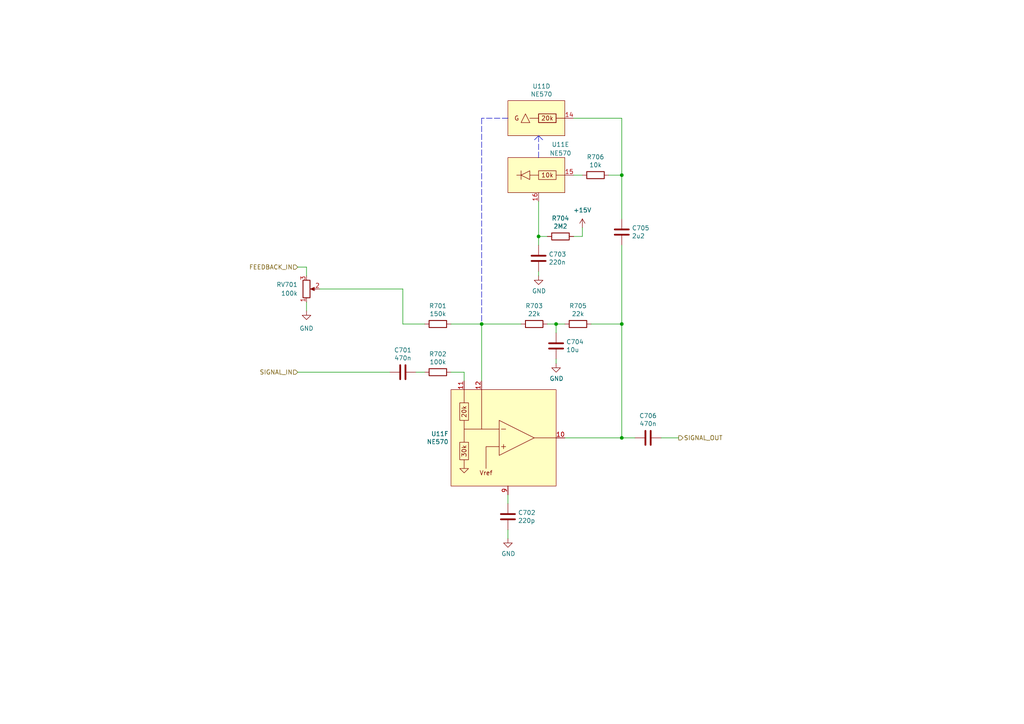
<source format=kicad_sch>
(kicad_sch (version 20211123) (generator eeschema)
  (paper "A4")
  (title_block (title "Josh Ox Ribbon Synth VCF/VCA/BBD board") (date "2023-01-07") (rev "1.0") (comment 1 "creativecommons.org/licenses/by/4.0/") (comment 2 "License: CC by 4.0") (comment 3 "Author: Jordan Aceto"))
  (lib_symbols
    (symbol "Device:C" (pin_numbers hide) (pin_names (offset 0.254))
      (property "Reference" "C" (at 0.635 2.54 0))
      (property "Value" "C" (at 0.635 -2.54 0))
      (symbol "C_0_1"
        (polyline (pts (xy -2.032 -0.762) (xy 2.032 -0.762)) (stroke (width 0.508)))
        (polyline (pts (xy -2.032 0.762) (xy 2.032 0.762)) (stroke (width 0.508)))
      )
      (symbol "C_1_1"
        (pin passive line (at 0 3.81 270) (length 2.794) (name "~") (number "1"))
        (pin passive line (at 0 -3.81 90) (length 2.794) (name "~") (number "2"))
      )
    )
    (symbol "Device:R" (pin_numbers hide) (pin_names (offset 0))
      (property "Reference" "R" (at 2.032 0 90))
      (property "Value" "R" (at 0 0 90))
      (symbol "R_0_1"
        (rectangle (start -1.016 -2.54) (end 1.016 2.54) (stroke (width 0.254)))
      )
      (symbol "R_1_1"
        (pin passive line (at 0 3.81 270) (length 1.27) (name "~") (number "1"))
        (pin passive line (at 0 -3.81 90) (length 1.27) (name "~") (number "2"))
      )
    )
    (symbol "Device:R_Potentiometer" (pin_names (offset 1.016) hide)
      (property "Reference" "RV" (at -4.445 0 90))
      (property "Value" "R_Potentiometer" (at -2.54 0 90))
      (symbol "R_Potentiometer_0_1"
        (polyline (pts (xy 2.54 0) (xy 1.524 0)))
        (polyline (pts (xy 1.143 0) (xy 2.286 0.508) (xy 2.286 -0.508) (xy 1.143 0)) (fill (type outline)))
        (rectangle (start 1.016 2.54) (end -1.016 -2.54) (stroke (width 0.254)))
      )
      (symbol "R_Potentiometer_1_1"
        (pin passive line (at 0 3.81 270) (length 1.27) (name "1") (number "1"))
        (pin passive line (at 3.81 0 180) (length 1.27) (name "2") (number "2"))
        (pin passive line (at 0 -3.81 90) (length 1.27) (name "3") (number "3"))
      )
    )
    (symbol "custom_symbols:NE570" (pin_names (offset 1.016))
      (property "Reference" "U10" (at 6.35 8.89 0))
      (property "Value" "NE570" (at 6.35 6.35 0))
      (symbol "NE570_1_0"
        (polyline (pts (xy 0 0) (xy 2.54 0)))
        (text "20k" (at -2.54 0 0) (effects (font (size 1.27 1.27))))
      )
      (symbol "NE570_1_1"
        (rectangle (start -7.62 5.08) (end 8.89 -5.08) (fill (type background)))
        (polyline (pts (xy 2.54 -1.27) (xy 3.81 1.27) (xy 5.08 -1.27) (xy 2.54 -1.27)))
        (polyline (pts (xy -7.62 0) (xy -5.08 0) (xy -5.08 1.27) (xy 0 1.27) (xy 0 -1.27) (xy -5.08 -1.27) (xy -5.08 0)))
        (text "G" (at 6.35 0 0) (effects (font (size 1.27 1.27))))
        (pin input line (at -10.16 0 0) (length 2.54) (name "~") (number "3"))
      )
      (symbol "NE570_2_1"
        (rectangle (start -7.62 5.08) (end 8.89 -5.08) (fill (type background)))
        (polyline (pts (xy 5.08 0) (xy 6.35 0)))
        (polyline (pts (xy 5.08 1.27) (xy 5.08 -1.27)))
        (polyline (pts (xy 0 0) (xy 2.54 0) (xy 2.54 1.27) (xy 5.08 0) (xy 2.54 -1.27) (xy 2.54 0) (xy 2.54 -1.27)))
        (polyline (pts (xy -7.62 0) (xy -5.08 0) (xy -5.08 1.27) (xy -1.27 1.27) (xy 0 1.27) (xy 0 -1.27) (xy -5.08 -1.27) (xy -5.08 0)))
        (text "10k" (at -2.54 0 0) (effects (font (size 1.27 1.27))))
        (pin input line (at 0 -7.62 90) (length 2.54) (name "~") (number "1"))
        (pin input line (at -10.16 0 0) (length 2.54) (name "~") (number "2"))
      )
      (symbol "NE570_3_1"
        (rectangle (start -16.51 -13.97) (end 13.97 13.97) (fill (type background)))
        (polyline (pts (xy -12.7 10.16) (xy -12.7 13.97)))
        (polyline (pts (xy -7.62 2.54) (xy -7.62 13.97)))
        (polyline (pts (xy -1.905 -2.54) (xy -0.635 -2.54)))
        (polyline (pts (xy -1.905 2.54) (xy -0.635 2.54)))
        (polyline (pts (xy -1.27 -3.175) (xy -1.27 -1.905)))
        (polyline (pts (xy 7.62 0) (xy 10.16 0)))
        (polyline (pts (xy 10.16 0) (xy 13.97 0)))
        (polyline (pts (xy -2.54 -2.54) (xy -6.35 -2.54) (xy -6.35 -8.89)))
        (polyline (pts (xy -2.54 5.08) (xy -2.54 -5.08) (xy 7.62 0) (xy -2.54 5.08)))
        (polyline (pts (xy -12.7 -6.35) (xy -12.7 -8.89) (xy -13.97 -8.89) (xy -12.7 -10.16) (xy -11.43 -8.89) (xy -12.7 -8.89)))
        (polyline (pts (xy -12.7 2.54) (xy -12.7 5.08) (xy -13.97 5.08) (xy -13.97 10.16) (xy -11.43 10.16) (xy -11.43 5.08) (xy -12.7 5.08)))
        (polyline (pts (xy -2.54 2.54) (xy -12.7 2.54) (xy -12.7 -1.27) (xy -13.97 -1.27) (xy -13.97 -6.35) (xy -11.43 -6.35) (xy -11.43 -1.27) (xy -12.7 -1.27)))
        (text "20k" (at -12.7 7.62 900) (effects (font (size 1.27 1.27))))
        (text "30k" (at -12.7 -3.81 900) (effects (font (size 1.27 1.27))))
        (text "Vref" (at -6.35 -10.16 0) (effects (font (size 1.27 1.27))))
        (pin input line (at -7.62 16.51 270) (length 2.54) (name "~") (number "5"))
        (pin input line (at -12.7 16.51 270) (length 2.54) (name "~") (number "6"))
        (pin output line (at 16.51 0 180) (length 2.54) (name "~") (number "7"))
        (pin input line (at 0 -16.51 90) (length 2.54) (name "~") (number "8"))
      )
      (symbol "NE570_4_0"
        (polyline (pts (xy -7.62 0) (xy -5.08 0) (xy -5.08 1.27) (xy 0 1.27) (xy 0 -1.27) (xy -5.08 -1.27) (xy -5.08 0)))
      )
      (symbol "NE570_4_1"
        (rectangle (start -7.62 5.08) (end 8.89 -5.08) (fill (type background)))
        (polyline (pts (xy 0 0) (xy 2.54 0)))
        (polyline (pts (xy 2.54 -1.27) (xy 3.81 1.27) (xy 5.08 -1.27) (xy 2.54 -1.27)))
        (polyline (pts (xy -7.62 0) (xy -5.08 0) (xy -5.08 1.27) (xy 0 1.27) (xy 0 -1.27) (xy -5.08 -1.27) (xy -5.08 0)))
        (text "20k" (at -2.54 0 0) (effects (font (size 1.27 1.27))))
        (text "G" (at 6.35 0 0) (effects (font (size 1.27 1.27))))
        (pin input line (at -10.16 0 0) (length 2.54) (name "~") (number "14"))
      )
      (symbol "NE570_5_1"
        (rectangle (start -7.62 5.08) (end 8.89 -5.08) (fill (type background)))
        (polyline (pts (xy 5.08 0) (xy 6.35 0)))
        (polyline (pts (xy 5.08 1.27) (xy 5.08 -1.27)))
        (polyline (pts (xy 0 0) (xy 2.54 0) (xy 2.54 1.27) (xy 5.08 0) (xy 2.54 -1.27) (xy 2.54 0) (xy 2.54 -1.27)))
        (polyline (pts (xy -7.62 0) (xy -5.08 0) (xy -5.08 1.27) (xy -1.27 1.27) (xy 0 1.27) (xy 0 -1.27) (xy -5.08 -1.27) (xy -5.08 0)))
        (text "10k" (at -2.54 0 0) (effects (font (size 1.27 1.27))))
        (pin input line (at -10.16 0 0) (length 2.54) (name "~") (number "15"))
        (pin input line (at 0 -7.62 90) (length 2.54) (name "~") (number "16"))
      )
      (symbol "NE570_6_1"
        (rectangle (start -16.51 -13.97) (end 13.97 13.97) (fill (type background)))
        (polyline (pts (xy -12.7 10.16) (xy -12.7 13.97)))
        (polyline (pts (xy -7.62 2.54) (xy -7.62 13.97)))
        (polyline (pts (xy -1.905 -2.54) (xy -0.635 -2.54)))
        (polyline (pts (xy -1.905 2.54) (xy -0.635 2.54)))
        (polyline (pts (xy -1.27 -3.175) (xy -1.27 -1.905)))
        (polyline (pts (xy 7.62 0) (xy 13.97 0)))
        (polyline (pts (xy -2.54 -2.54) (xy -6.35 -2.54) (xy -6.35 -8.89)))
        (polyline (pts (xy -2.54 5.08) (xy -2.54 -5.08) (xy 7.62 0) (xy -2.54 5.08)))
        (polyline (pts (xy -12.7 -6.35) (xy -12.7 -8.89) (xy -13.97 -8.89) (xy -12.7 -10.16) (xy -11.43 -8.89) (xy -12.7 -8.89)))
        (polyline (pts (xy -12.7 2.54) (xy -12.7 5.08) (xy -13.97 5.08) (xy -13.97 10.16) (xy -11.43 10.16) (xy -11.43 5.08) (xy -12.7 5.08)))
        (polyline (pts (xy -2.54 2.54) (xy -12.7 2.54) (xy -12.7 -1.27) (xy -13.97 -1.27) (xy -13.97 -6.35) (xy -11.43 -6.35) (xy -11.43 -1.27) (xy -12.7 -1.27)))
        (text "20k" (at -12.7 7.62 900) (effects (font (size 1.27 1.27))))
        (text "30k" (at -12.7 -3.81 900) (effects (font (size 1.27 1.27))))
        (text "Vref" (at -6.35 -10.16 0) (effects (font (size 1.27 1.27))))
        (pin output line (at 16.51 0 180) (length 2.54) (name "~") (number "10"))
        (pin input line (at -12.7 16.51 270) (length 2.54) (name "~") (number "11"))
        (pin input line (at -7.62 16.51 270) (length 2.54) (name "~") (number "12"))
        (pin input line (at 0 -16.51 90) (length 2.54) (name "~") (number "9"))
      )
      (symbol "NE570_7_1"
        (pin power_in line (at 0 7.62 270) (length 2.54) (name "Vcc") (number "13"))
        (pin power_in line (at 0 -7.62 90) (length 2.54) (name "gnd") (number "4"))
      )
    )
    (symbol "power:+15V" (power) (pin_names (offset 0))
      (property "Value" "+15V" (at 0 3.556 0))
      (symbol "+15V_0_1"
        (polyline (pts (xy -0.762 1.27) (xy 0 2.54)))
        (polyline (pts (xy 0 0) (xy 0 2.54)))
        (polyline (pts (xy 0 2.54) (xy 0.762 1.27)))
      )
      (symbol "+15V_1_1"
        (pin power_in line (at 0 0 90) (length 0) hide (name "+15V") (number "1"))
      )
    )
    (symbol "power:GND" (power) (pin_names (offset 0))
      (property "Value" "GND" (at 0 -3.81 0))
      (symbol "GND_0_1"
        (polyline (pts (xy 0 0) (xy 0 -1.27) (xy 1.27 -1.27) (xy 0 -2.54) (xy -1.27 -1.27) (xy 0 -1.27)))
      )
      (symbol "GND_1_1"
        (pin power_in line (at 0 0 270) (length 0) hide (name "GND") (number "1"))
      )
    )
  )
  (junction (at 180.34 50.8))
  (junction (at 156.21 68.58))
  (junction (at 139.7 93.98))
  (junction (at 180.34 93.98))
  (junction (at 180.34 127))
  (junction (at 161.29 93.98))
  (wire (pts (xy 123.19 107.95) (xy 120.65 107.95)))
  (wire (pts (xy 139.7 93.98) (xy 139.7 110.49)))
  (wire (pts (xy 161.29 96.52) (xy 161.29 93.98)))
  (wire (pts (xy 161.29 104.14) (xy 161.29 105.41)))
  (wire (pts (xy 156.21 68.58) (xy 156.21 58.42)))
  (wire (pts (xy 191.77 127) (xy 196.85 127)))
  (polyline (pts (xy 156.21 39.37) (xy 154.94 40.64)))
  (wire (pts (xy 156.21 78.74) (xy 156.21 80.01)))
  (wire (pts (xy 168.91 50.8) (xy 166.37 50.8)))
  (wire (pts (xy 180.34 127) (xy 180.34 93.98)))
  (wire (pts (xy 180.34 34.29) (xy 166.37 34.29)))
  (wire (pts (xy 180.34 127) (xy 184.15 127)))
  (polyline (pts (xy 147.32 34.29) (xy 139.7 34.29)))
  (wire (pts (xy 134.62 110.49) (xy 134.62 107.95)))
  (wire (pts (xy 86.36 107.95) (xy 113.03 107.95)))
  (wire (pts (xy 86.36 77.47) (xy 88.9 77.47)))
  (wire (pts (xy 156.21 71.12) (xy 156.21 68.58)))
  (wire (pts (xy 116.84 93.98) (xy 116.84 83.82)))
  (wire (pts (xy 158.75 93.98) (xy 161.29 93.98)))
  (wire (pts (xy 180.34 63.5) (xy 180.34 50.8)))
  (wire (pts (xy 116.84 83.82) (xy 92.71 83.82)))
  (wire (pts (xy 158.75 68.58) (xy 156.21 68.58)))
  (wire (pts (xy 176.53 50.8) (xy 180.34 50.8)))
  (wire (pts (xy 88.9 77.47) (xy 88.9 80.01)))
  (wire (pts (xy 123.19 93.98) (xy 116.84 93.98)))
  (polyline (pts (xy 156.21 39.37) (xy 157.48 40.64)))
  (wire (pts (xy 168.91 68.58) (xy 166.37 68.58)))
  (wire (pts (xy 134.62 107.95) (xy 130.81 107.95)))
  (polyline (pts (xy 156.21 45.72) (xy 156.21 39.37)))
  (wire (pts (xy 180.34 50.8) (xy 180.34 34.29)))
  (wire (pts (xy 163.83 127) (xy 180.34 127)))
  (wire (pts (xy 130.81 93.98) (xy 139.7 93.98)))
  (wire (pts (xy 161.29 93.98) (xy 163.83 93.98)))
  (wire (pts (xy 147.32 153.67) (xy 147.32 156.21)))
  (polyline (pts (xy 139.7 34.29) (xy 139.7 93.98)))
  (wire (pts (xy 147.32 146.05) (xy 147.32 143.51)))
  (wire (pts (xy 180.34 93.98) (xy 171.45 93.98)))
  (wire (pts (xy 180.34 71.12) (xy 180.34 93.98)))
  (wire (pts (xy 139.7 93.98) (xy 151.13 93.98)))
  (wire (pts (xy 88.9 87.63) (xy 88.9 90.17)))
  (wire (pts (xy 168.91 66.04) (xy 168.91 68.58)))
  (hierarchical_label "FEEDBACK_IN" (shape input) (at 86.36 77.47 180))
  (hierarchical_label "SIGNAL_IN" (shape input) (at 86.36 107.95 180))
  (hierarchical_label "SIGNAL_OUT" (shape output) (at 196.85 127 0))
  (symbol (lib_id "Device:C") (at 187.96 127 270) (unit 1)
    (property "Reference" "C706" (at 187.96 120.5992 90))
    (property "Value" "470n" (at 187.96 122.9106 90))
    (property "Footprint" "Capacitor_THT:C_Rect_L7.0mm_W3.5mm_P5.00mm" (effects hide))
  )
  (symbol (lib_id "Device:R") (at 167.64 93.98 270) (unit 1)
    (property "Reference" "R705" (at 167.64 88.7222 90))
    (property "Value" "22k" (at 167.64 91.0336 90))
    (property "Footprint" "Resistor_SMD:R_0805_2012Metric" (effects hide))
  )
  (symbol (lib_id "power:GND") (at 147.32 156.21 0) (unit 1)
    (property "Reference" "#PWR0702" (effects hide))
    (property "Value" "GND" (at 147.447 160.6042 0))
  )
  (symbol (lib_id "power:GND") (at 156.21 80.01 0) (unit 1)
    (property "Reference" "#PWR0703" (effects hide))
    (property "Value" "GND" (at 156.337 84.4042 0))
  )
  (symbol (lib_id "power:GND") (at 88.9 90.17 0) (unit 1)
    (property "Reference" "#PWR0701" (effects hide))
    (property "Value" "GND" (at 88.9 95.25 0))
  )
  (symbol (lib_id "Device:R") (at 154.94 93.98 270) (unit 1)
    (property "Reference" "R703" (at 154.94 88.7222 90))
    (property "Value" "22k" (at 154.94 91.0336 90))
    (property "Footprint" "Resistor_SMD:R_0805_2012Metric" (effects hide))
  )
  (symbol (lib_id "Device:C") (at 147.32 149.86 0) (unit 1)
    (property "Reference" "C702" (at 150.241 148.6916 0) (effects (justify left)))
    (property "Value" "220p" (at 150.241 151.003 0) (effects (justify left)))
    (property "Footprint" "Capacitor_SMD:C_0805_2012Metric" (effects hide))
  )
  (symbol (lib_id "Device:R") (at 127 93.98 270) (unit 1)
    (property "Reference" "R701" (at 127 88.7222 90))
    (property "Value" "150k" (at 127 91.0336 90))
    (property "Footprint" "Resistor_SMD:R_0805_2012Metric" (effects hide))
  )
  (symbol (lib_id "power:+15V") (at 168.91 66.04 0) (unit 1)
    (property "Reference" "#PWR0705" (effects hide))
    (property "Value" "+15V" (at 168.91 60.96 0))
  )
  (symbol (lib_id "Device:R") (at 172.72 50.8 270) (unit 1)
    (property "Reference" "R706" (at 172.72 45.5422 90))
    (property "Value" "10k" (at 172.72 47.8536 90))
    (property "Footprint" "Resistor_SMD:R_0805_2012Metric" (effects hide))
  )
  (symbol (lib_id "Device:C") (at 161.29 100.33 0) (unit 1)
    (property "Reference" "C704" (at 164.211 99.1616 0) (effects (justify left)))
    (property "Value" "10u" (at 164.211 101.473 0) (effects (justify left)))
    (property "Footprint" "Capacitor_SMD:C_0805_2012Metric" (effects hide))
  )
  (symbol (lib_id "Device:R") (at 127 107.95 270) (unit 1)
    (property "Reference" "R702" (at 127 102.6922 90))
    (property "Value" "100k" (at 127 105.0036 90))
    (property "Footprint" "Resistor_SMD:R_0805_2012Metric" (effects hide))
  )
  (symbol (lib_id "custom_symbols:NE570") (at 156.21 50.8 0) (mirror y) (unit 5)
    (property "Reference" "U11" (at 162.56 41.91 0))
    (property "Value" "NE570" (at 162.56 44.45 0))
    (property "Footprint" "Package_DIP:DIP-16_W7.62mm_Socket" (effects hide))
  )
  (symbol (lib_id "Device:R_Potentiometer") (at 88.9 83.82 0) (mirror x) (unit 1)
    (property "Reference" "RV701" (at 86.36 82.5499 0) (effects (justify right)))
    (property "Value" "100k" (at 86.36 85.0899 0) (effects (justify right)))
    (property "Footprint" "Potentiometer_THT:Potentiometer_Alpha_RD901F-40-00D_Single_Vertical" (effects hide))
  )
  (symbol (lib_id "Device:C") (at 180.34 67.31 0) (unit 1)
    (property "Reference" "C705" (at 183.261 66.1416 0) (effects (justify left)))
    (property "Value" "2u2" (at 183.261 68.453 0) (effects (justify left)))
    (property "Footprint" "Capacitor_SMD:C_0805_2012Metric" (effects hide))
  )
  (symbol (lib_id "power:GND") (at 161.29 105.41 0) (unit 1)
    (property "Reference" "#PWR0704" (effects hide))
    (property "Value" "GND" (at 161.417 109.8042 0))
  )
  (symbol (lib_id "custom_symbols:NE570") (at 147.32 127 0) (unit 6)
    (property "Reference" "U11" (at 130.0988 125.8316 0) (effects (justify right)))
    (property "Value" "NE570" (at 130.0988 128.143 0) (effects (justify right)))
    (property "Footprint" "Package_DIP:DIP-16_W7.62mm_Socket" (effects hide))
  )
  (symbol (lib_id "Device:C") (at 156.21 74.93 0) (unit 1)
    (property "Reference" "C703" (at 159.131 73.7616 0) (effects (justify left)))
    (property "Value" "220n" (at 159.131 76.073 0) (effects (justify left)))
    (property "Footprint" "Capacitor_SMD:C_0805_2012Metric" (effects hide))
  )
  (symbol (lib_id "Device:R") (at 162.56 68.58 270) (unit 1)
    (property "Reference" "R704" (at 162.56 63.3222 90))
    (property "Value" "2M2" (at 162.56 65.6336 90))
    (property "Footprint" "Resistor_SMD:R_0805_2012Metric" (effects hide))
  )
  (symbol (lib_id "Device:C") (at 116.84 107.95 270) (unit 1)
    (property "Reference" "C701" (at 116.84 101.5492 90))
    (property "Value" "470n" (at 116.84 103.8606 90))
    (property "Footprint" "Capacitor_THT:C_Rect_L7.0mm_W3.5mm_P5.00mm" (effects hide))
  )
  (symbol (lib_id "custom_symbols:NE570") (at 156.21 34.29 0) (mirror y) (unit 4)
    (property "Reference" "U11" (at 157.0482 25.019 0))
    (property "Value" "NE570" (at 157.0482 27.3304 0))
    (property "Footprint" "Package_DIP:DIP-16_W7.62mm_Socket" (effects hide))
  )
)
</source>
